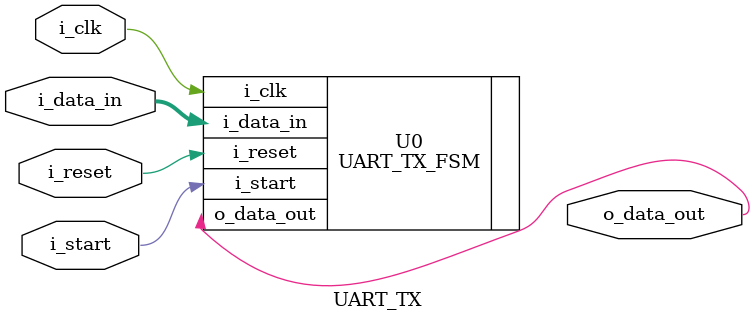
<source format=v>
`timescale 1ns / 1ps

module UART_TX(
    input i_clk,
    input i_reset,
    input i_start,
    input [7:0] i_data_in,
    output o_data_out
    );
    
    UART_TX_FSM U0(
    .i_clk(i_clk),
    .i_reset(i_reset),
    .i_start(i_start),
    .i_data_in(i_data_in),
    .o_data_out(o_data_out)
    );


endmodule

</source>
